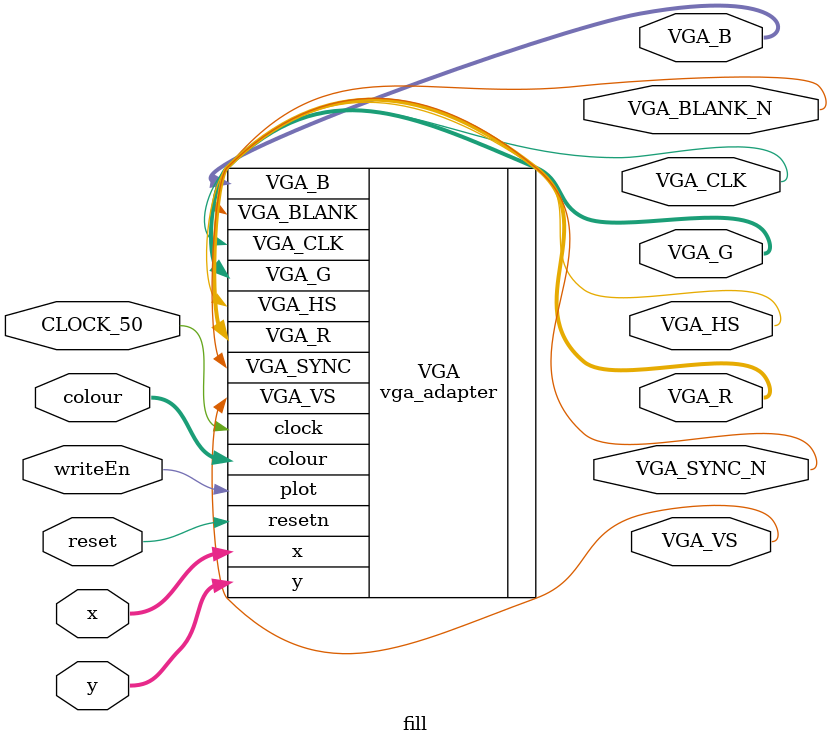
<source format=v>

module fill
	(
		// The ports below are for the VGA output.  Do not change.
		CLOCK_50,						//	On Board 50 MHz
		VGA_CLK,   						//	VGA Clock
		VGA_HS,							//	VGA H_SYNC
		VGA_VS,							//	VGA V_SYNC
		VGA_BLANK_N,						//	VGA BLANK
		VGA_SYNC_N,						//	VGA SYNC
		VGA_R,   						//	VGA Red[9:0]
		VGA_G,	 						//	VGA Green[9:0]
		VGA_B,							//	VGA Blue[9:0]
		
		// MY INPUTS
		//	Create the colour, x, y and writeEn wires that are inputs to the controller.
		x,
		y,
		writeEn,
		colour,
		reset
	);

	// The ports below are for the VGA output.  Do not change.
	input				CLOCK_50;				//	50 MHz
	output			VGA_CLK;   				//	VGA Clock
	output			VGA_HS;					//	VGA H_SYNC
	output			VGA_VS;					//	VGA V_SYNC
	output			VGA_BLANK_N;				//	VGA BLANK
	output			VGA_SYNC_N;				//	VGA SYNC
	output	[9:0]	VGA_R;   				//	VGA Red[9:0]
	output	[9:0]	VGA_G;	 				//	VGA Green[9:0]
	output	[9:0]	VGA_B;   				//	VGA Blue[9:0]
	
	// MY INPUTS
	input[8:0] x;
	input[8:0] y;
	input writeEn;
	input[2:0] colour;
	input reset;

	// Create an Instance of a VGA controller - there can be only one!
	// Define the number of colours as well as the initial background
	// image file (.MIF) for the controller.
	vga_adapter VGA(
			.resetn(reset),
			.clock(CLOCK_50),
			.colour(colour),
			.x(x),
			.y(y),
			.plot(writeEn),
			/* Signals for the DAC to drive the monitor. */
			.VGA_R(VGA_R),
			.VGA_G(VGA_G),
			.VGA_B(VGA_B),
			.VGA_HS(VGA_HS),
			.VGA_VS(VGA_VS),
			.VGA_BLANK(VGA_BLANK_N),
			.VGA_SYNC(VGA_SYNC_N),
			.VGA_CLK(VGA_CLK)
	);
	defparam VGA.RESOLUTION = "320x240";
	defparam VGA.MONOCHROME = "FALSE";
	defparam VGA.BITS_PER_COLOUR_CHANNEL = 1;
	defparam VGA.BACKGROUND_IMAGE = "includes/blackkk.mif";
			
endmodule
</source>
